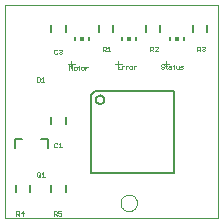
<source format=gto>
G75*
G70*
%OFA0B0*%
%FSLAX24Y24*%
%IPPOS*%
%LPD*%
%AMOC8*
5,1,8,0,0,1.08239X$1,22.5*
%
%ADD10C,0.0000*%
%ADD11C,0.0010*%
%ADD12C,0.0060*%
%ADD13R,0.0059X0.0118*%
%ADD14R,0.0118X0.0118*%
%ADD15C,0.0030*%
%ADD16C,0.0080*%
%ADD17C,0.0039*%
D10*
X004112Y009111D02*
X004112Y016198D01*
X011199Y016198D01*
X011199Y009111D01*
X004112Y009111D01*
D11*
X004477Y009182D02*
X004477Y009332D01*
X004552Y009332D01*
X004577Y009307D01*
X004577Y009257D01*
X004552Y009232D01*
X004477Y009232D01*
X004527Y009232D02*
X004577Y009182D01*
X004624Y009257D02*
X004724Y009257D01*
X004699Y009182D02*
X004699Y009332D01*
X004624Y009257D01*
X005196Y010482D02*
X005171Y010507D01*
X005171Y010607D01*
X005196Y010632D01*
X005246Y010632D01*
X005271Y010607D01*
X005271Y010507D01*
X005246Y010482D01*
X005196Y010482D01*
X005221Y010532D02*
X005271Y010482D01*
X005318Y010482D02*
X005419Y010482D01*
X005368Y010482D02*
X005368Y010632D01*
X005318Y010582D01*
X005772Y011451D02*
X005822Y011451D01*
X005847Y011476D01*
X005895Y011451D02*
X005995Y011451D01*
X005945Y011451D02*
X005945Y011602D01*
X005895Y011552D01*
X005847Y011577D02*
X005822Y011602D01*
X005772Y011602D01*
X005747Y011577D01*
X005747Y011476D01*
X005772Y011451D01*
X005737Y009332D02*
X005812Y009332D01*
X005837Y009307D01*
X005837Y009257D01*
X005812Y009232D01*
X005737Y009232D01*
X005737Y009182D02*
X005737Y009332D01*
X005787Y009232D02*
X005837Y009182D01*
X005884Y009207D02*
X005909Y009182D01*
X005959Y009182D01*
X005984Y009207D01*
X005984Y009257D01*
X005959Y009282D01*
X005934Y009282D01*
X005884Y009257D01*
X005884Y009332D01*
X005984Y009332D01*
X005408Y013641D02*
X005308Y013641D01*
X005358Y013641D02*
X005358Y013791D01*
X005308Y013741D01*
X005261Y013766D02*
X005236Y013791D01*
X005161Y013791D01*
X005161Y013641D01*
X005236Y013641D01*
X005261Y013666D01*
X005261Y013766D01*
X005772Y014562D02*
X005822Y014562D01*
X005847Y014587D01*
X005895Y014587D02*
X005920Y014562D01*
X005970Y014562D01*
X005995Y014587D01*
X005995Y014612D01*
X005970Y014637D01*
X005945Y014637D01*
X005970Y014637D02*
X005995Y014662D01*
X005995Y014687D01*
X005970Y014712D01*
X005920Y014712D01*
X005895Y014687D01*
X005847Y014687D02*
X005822Y014712D01*
X005772Y014712D01*
X005747Y014687D01*
X005747Y014587D01*
X005772Y014562D01*
X006238Y014197D02*
X006238Y014047D01*
X006338Y014047D02*
X006338Y014197D01*
X006288Y014147D01*
X006238Y014197D01*
X006385Y014122D02*
X006385Y014072D01*
X006410Y014047D01*
X006460Y014047D01*
X006485Y014072D01*
X006485Y014122D01*
X006460Y014147D01*
X006410Y014147D01*
X006385Y014122D01*
X006532Y014147D02*
X006582Y014147D01*
X006557Y014172D02*
X006557Y014072D01*
X006582Y014047D01*
X006630Y014072D02*
X006655Y014047D01*
X006706Y014047D01*
X006731Y014072D01*
X006731Y014122D01*
X006706Y014147D01*
X006655Y014147D01*
X006630Y014122D01*
X006630Y014072D01*
X006778Y014097D02*
X006828Y014147D01*
X006853Y014147D01*
X006778Y014147D02*
X006778Y014047D01*
X007366Y014665D02*
X007366Y014815D01*
X007441Y014815D01*
X007466Y014790D01*
X007466Y014740D01*
X007441Y014715D01*
X007366Y014715D01*
X007416Y014715D02*
X007466Y014665D01*
X007513Y014665D02*
X007613Y014665D01*
X007563Y014665D02*
X007563Y014815D01*
X007513Y014765D01*
X007852Y014224D02*
X007852Y014074D01*
X007952Y014074D01*
X007999Y014074D02*
X007999Y014174D01*
X007999Y014124D02*
X008049Y014174D01*
X008074Y014174D01*
X008122Y014174D02*
X008122Y014074D01*
X008122Y014124D02*
X008172Y014174D01*
X008197Y014174D01*
X008245Y014149D02*
X008270Y014174D01*
X008320Y014174D01*
X008345Y014149D01*
X008345Y014099D01*
X008320Y014074D01*
X008270Y014074D01*
X008245Y014099D01*
X008245Y014149D01*
X008392Y014124D02*
X008442Y014174D01*
X008467Y014174D01*
X008392Y014174D02*
X008392Y014074D01*
X007952Y014224D02*
X007852Y014224D01*
X007852Y014149D02*
X007902Y014149D01*
X008941Y014664D02*
X008941Y014814D01*
X009016Y014815D01*
X009041Y014790D01*
X009041Y014739D01*
X009016Y014714D01*
X008941Y014714D01*
X008991Y014714D02*
X009041Y014664D01*
X009088Y014665D02*
X009188Y014765D01*
X009188Y014790D01*
X009163Y014815D01*
X009113Y014815D01*
X009088Y014790D01*
X009088Y014665D02*
X009188Y014665D01*
X009329Y014224D02*
X009304Y014199D01*
X009304Y014174D01*
X009329Y014149D01*
X009379Y014149D01*
X009404Y014124D01*
X009404Y014099D01*
X009379Y014074D01*
X009329Y014074D01*
X009304Y014099D01*
X009329Y014224D02*
X009379Y014224D01*
X009404Y014199D01*
X009451Y014174D02*
X009501Y014174D01*
X009476Y014199D02*
X009476Y014099D01*
X009501Y014074D01*
X009549Y014099D02*
X009574Y014124D01*
X009649Y014124D01*
X009649Y014149D02*
X009649Y014074D01*
X009574Y014074D01*
X009549Y014099D01*
X009574Y014174D02*
X009624Y014174D01*
X009649Y014149D01*
X009697Y014174D02*
X009747Y014174D01*
X009722Y014199D02*
X009722Y014099D01*
X009747Y014074D01*
X009795Y014099D02*
X009820Y014074D01*
X009895Y014074D01*
X009895Y014174D01*
X009942Y014149D02*
X009967Y014174D01*
X010042Y014174D01*
X010017Y014124D02*
X009967Y014124D01*
X009942Y014149D01*
X009942Y014074D02*
X010017Y014074D01*
X010042Y014099D01*
X010017Y014124D01*
X009795Y014099D02*
X009795Y014174D01*
X010515Y014665D02*
X010515Y014815D01*
X010590Y014815D01*
X010615Y014790D01*
X010615Y014740D01*
X010590Y014715D01*
X010515Y014715D01*
X010565Y014715D02*
X010615Y014665D01*
X010663Y014690D02*
X010688Y014665D01*
X010738Y014665D01*
X010763Y014690D01*
X010763Y014715D01*
X010738Y014740D01*
X010713Y014740D01*
X010738Y014740D02*
X010763Y014765D01*
X010763Y014790D01*
X010738Y014815D01*
X010688Y014815D01*
X010663Y014790D01*
D12*
X010844Y015292D02*
X010844Y015529D01*
X010372Y015529D02*
X010372Y015292D01*
X009270Y015293D02*
X009269Y015529D01*
X008797Y015528D02*
X008797Y015292D01*
X007695Y015292D02*
X007695Y015529D01*
X007222Y015529D02*
X007222Y015292D01*
X006120Y015292D02*
X006120Y015529D01*
X005648Y015529D02*
X005648Y015292D01*
X007104Y013345D02*
X006964Y013206D01*
X006964Y010586D01*
X009724Y010586D01*
X009724Y013345D01*
X007104Y013345D01*
X007123Y013046D02*
X007125Y013069D01*
X007131Y013092D01*
X007140Y013113D01*
X007153Y013133D01*
X007169Y013150D01*
X007187Y013164D01*
X007207Y013175D01*
X007229Y013183D01*
X007252Y013187D01*
X007276Y013187D01*
X007299Y013183D01*
X007321Y013175D01*
X007341Y013164D01*
X007359Y013150D01*
X007375Y013133D01*
X007388Y013113D01*
X007397Y013092D01*
X007403Y013069D01*
X007405Y013046D01*
X007403Y013023D01*
X007397Y013000D01*
X007388Y012979D01*
X007375Y012959D01*
X007359Y012942D01*
X007341Y012928D01*
X007321Y012917D01*
X007299Y012909D01*
X007276Y012905D01*
X007252Y012905D01*
X007229Y012909D01*
X007207Y012917D01*
X007187Y012928D01*
X007169Y012942D01*
X007153Y012959D01*
X007140Y012979D01*
X007131Y013000D01*
X007125Y013023D01*
X007123Y013046D01*
X006120Y012458D02*
X006120Y012221D01*
X005648Y012221D02*
X005648Y012458D01*
X005648Y010214D02*
X005648Y009977D01*
X006120Y009977D02*
X006120Y010214D01*
X004939Y010214D02*
X004939Y009977D01*
X004466Y009977D02*
X004466Y010214D01*
D13*
X006435Y015076D03*
X006907Y015076D03*
X008010Y015076D03*
X008482Y015076D03*
X009585Y015076D03*
X010057Y015076D03*
D14*
X009821Y015076D03*
X008246Y015076D03*
X006671Y015076D03*
D15*
X006310Y014340D02*
X006310Y014093D01*
X006433Y014217D02*
X006186Y014217D01*
X007761Y014217D02*
X008008Y014217D01*
X007884Y014340D02*
X007884Y014093D01*
X009336Y014217D02*
X009583Y014217D01*
X009459Y014340D02*
X009459Y014093D01*
D16*
X005549Y011749D02*
X005549Y011434D01*
X005549Y011749D02*
X005313Y011749D01*
X004683Y011749D02*
X004447Y011749D01*
X004447Y011434D01*
D17*
X007952Y009603D02*
X007954Y009636D01*
X007960Y009668D01*
X007969Y009700D01*
X007983Y009730D01*
X007999Y009758D01*
X008019Y009784D01*
X008042Y009808D01*
X008068Y009829D01*
X008096Y009846D01*
X008126Y009861D01*
X008157Y009871D01*
X008189Y009878D01*
X008222Y009881D01*
X008255Y009880D01*
X008287Y009875D01*
X008319Y009866D01*
X008350Y009854D01*
X008378Y009838D01*
X008405Y009819D01*
X008429Y009797D01*
X008451Y009772D01*
X008469Y009744D01*
X008484Y009715D01*
X008496Y009684D01*
X008504Y009652D01*
X008508Y009619D01*
X008508Y009587D01*
X008504Y009554D01*
X008496Y009522D01*
X008484Y009491D01*
X008469Y009462D01*
X008451Y009434D01*
X008429Y009409D01*
X008405Y009387D01*
X008378Y009368D01*
X008350Y009352D01*
X008319Y009340D01*
X008287Y009331D01*
X008255Y009326D01*
X008222Y009325D01*
X008189Y009328D01*
X008157Y009335D01*
X008126Y009345D01*
X008096Y009360D01*
X008068Y009377D01*
X008042Y009398D01*
X008019Y009422D01*
X007999Y009448D01*
X007983Y009476D01*
X007969Y009506D01*
X007960Y009538D01*
X007954Y009570D01*
X007952Y009603D01*
M02*

</source>
